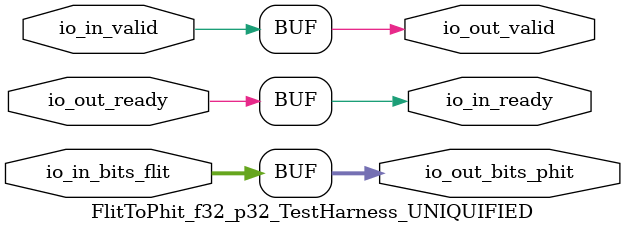
<source format=sv>
`ifndef RANDOMIZE
  `ifdef RANDOMIZE_REG_INIT
    `define RANDOMIZE
  `endif // RANDOMIZE_REG_INIT
`endif // not def RANDOMIZE
`ifndef RANDOMIZE
  `ifdef RANDOMIZE_MEM_INIT
    `define RANDOMIZE
  `endif // RANDOMIZE_MEM_INIT
`endif // not def RANDOMIZE

`ifndef RANDOM
  `define RANDOM $random
`endif // not def RANDOM

// Users can define 'PRINTF_COND' to add an extra gate to prints.
`ifndef PRINTF_COND_
  `ifdef PRINTF_COND
    `define PRINTF_COND_ (`PRINTF_COND)
  `else  // PRINTF_COND
    `define PRINTF_COND_ 1
  `endif // PRINTF_COND
`endif // not def PRINTF_COND_

// Users can define 'ASSERT_VERBOSE_COND' to add an extra gate to assert error printing.
`ifndef ASSERT_VERBOSE_COND_
  `ifdef ASSERT_VERBOSE_COND
    `define ASSERT_VERBOSE_COND_ (`ASSERT_VERBOSE_COND)
  `else  // ASSERT_VERBOSE_COND
    `define ASSERT_VERBOSE_COND_ 1
  `endif // ASSERT_VERBOSE_COND
`endif // not def ASSERT_VERBOSE_COND_

// Users can define 'STOP_COND' to add an extra gate to stop conditions.
`ifndef STOP_COND_
  `ifdef STOP_COND
    `define STOP_COND_ (`STOP_COND)
  `else  // STOP_COND
    `define STOP_COND_ 1
  `endif // STOP_COND
`endif // not def STOP_COND_

// Users can define INIT_RANDOM as general code that gets injected into the
// initializer block for modules with registers.
`ifndef INIT_RANDOM
  `define INIT_RANDOM
`endif // not def INIT_RANDOM

// If using random initialization, you can also define RANDOMIZE_DELAY to
// customize the delay used, otherwise 0.002 is used.
`ifndef RANDOMIZE_DELAY
  `define RANDOMIZE_DELAY 0.002
`endif // not def RANDOMIZE_DELAY

// Define INIT_RANDOM_PROLOG_ for use in our modules below.
`ifndef INIT_RANDOM_PROLOG_
  `ifdef RANDOMIZE
    `ifdef VERILATOR
      `define INIT_RANDOM_PROLOG_ `INIT_RANDOM
    `else  // VERILATOR
      `define INIT_RANDOM_PROLOG_ `INIT_RANDOM #`RANDOMIZE_DELAY begin end
    `endif // VERILATOR
  `else  // RANDOMIZE
    `define INIT_RANDOM_PROLOG_
  `endif // RANDOMIZE
`endif // not def INIT_RANDOM_PROLOG_

// Include register initializers in init blocks unless synthesis is set
`ifndef SYNTHESIS
  `ifndef ENABLE_INITIAL_REG_
    `define ENABLE_INITIAL_REG_
  `endif // not def ENABLE_INITIAL_REG_
`endif // not def SYNTHESIS

// Include rmemory initializers in init blocks unless synthesis is set
`ifndef SYNTHESIS
  `ifndef ENABLE_INITIAL_MEM_
    `define ENABLE_INITIAL_MEM_
  `endif // not def ENABLE_INITIAL_MEM_
`endif // not def SYNTHESIS

module FlitToPhit_f32_p32_TestHarness_UNIQUIFIED(	// @[generators/testchipip/src/main/scala/serdes/Serdes.scala:71:7]
  output        io_in_ready,	// @[generators/testchipip/src/main/scala/serdes/Serdes.scala:73:14]
  input         io_in_valid,	// @[generators/testchipip/src/main/scala/serdes/Serdes.scala:73:14]
  input  [31:0] io_in_bits_flit,	// @[generators/testchipip/src/main/scala/serdes/Serdes.scala:73:14]
  input         io_out_ready,	// @[generators/testchipip/src/main/scala/serdes/Serdes.scala:73:14]
  output        io_out_valid,	// @[generators/testchipip/src/main/scala/serdes/Serdes.scala:73:14]
  output [31:0] io_out_bits_phit	// @[generators/testchipip/src/main/scala/serdes/Serdes.scala:73:14]
);

  assign io_in_ready = io_out_ready;	// @[generators/testchipip/src/main/scala/serdes/Serdes.scala:71:7]
  assign io_out_valid = io_in_valid;	// @[generators/testchipip/src/main/scala/serdes/Serdes.scala:71:7]
  assign io_out_bits_phit = io_in_bits_flit;	// @[generators/testchipip/src/main/scala/serdes/Serdes.scala:71:7]
endmodule


</source>
